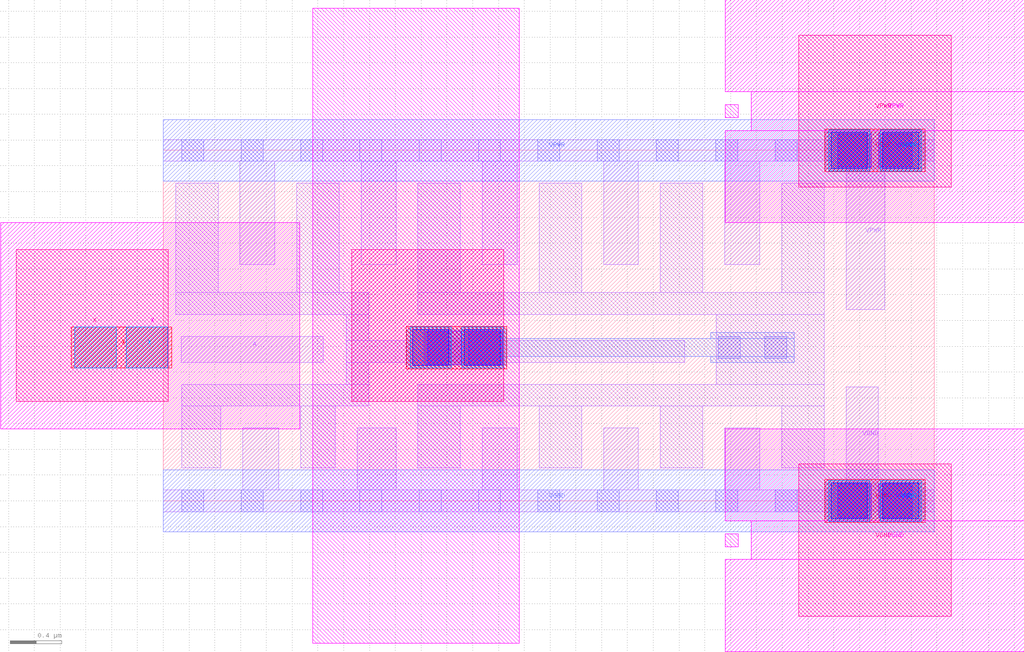
<source format=lef>
# Copyright 2020 The SkyWater PDK Authors
#
# Licensed under the Apache License, Version 2.0 (the "License");
# you may not use this file except in compliance with the License.
# You may obtain a copy of the License at
#
#     https://www.apache.org/licenses/LICENSE-2.0
#
# Unless required by applicable law or agreed to in writing, software
# distributed under the License is distributed on an "AS IS" BASIS,
# WITHOUT WARRANTIES OR CONDITIONS OF ANY KIND, either express or implied.
# See the License for the specific language governing permissions and
# limitations under the License.
#
# SPDX-License-Identifier: Apache-2.0

VERSION 5.7 ;
  NAMESCASESENSITIVE ON ;
  NOWIREEXTENSIONATPIN ON ;
  DIVIDERCHAR "/" ;
  BUSBITCHARS "[]" ;
UNITS
  DATABASE MICRONS 200 ;
END UNITS
PROPERTYDEFINITIONS
  MACRO maskLayoutSubType STRING ;
  MACRO prCellType STRING ;
  MACRO originalViewName STRING ;
END PROPERTYDEFINITIONS
MACRO sky130_fd_sc_hdll__probec_p_8
  CLASS CORE ;
  FOREIGN sky130_fd_sc_hdll__probec_p_8 ;
  ORIGIN  0.000000  0.000000 ;
  SIZE  5.980000 BY  2.720000 ;
  SYMMETRY X Y R90 ;
  SITE unit ;
  PIN A
    ANTENNAGATEAREA  0.832500 ;
    DIRECTION INPUT ;
    USE SIGNAL ;
    PORT
      LAYER li1 ;
        RECT 0.140000 1.075000 1.240000 1.275000 ;
    END
  END A
  PIN VGND
    ANTENNADIFFAREA  1.339000 ;
    DIRECTION INPUT ;
    USE SIGNAL ;
    PORT
      LAYER li1 ;
        RECT 0.000000 -0.085000 5.980000 0.085000 ;
        RECT 0.615000  0.085000 0.895000 0.565000 ;
        RECT 1.505000  0.085000 1.805000 0.565000 ;
        RECT 2.475000  0.085000 2.745000 0.565000 ;
        RECT 3.415000  0.085000 3.685000 0.565000 ;
        RECT 4.355000  0.085000 4.625000 0.565000 ;
        RECT 5.295000  0.085000 5.545000 0.885000 ;
      LAYER mcon ;
        RECT 0.145000 -0.085000 0.315000 0.085000 ;
        RECT 0.605000 -0.085000 0.775000 0.085000 ;
        RECT 1.065000 -0.085000 1.235000 0.085000 ;
        RECT 1.525000 -0.085000 1.695000 0.085000 ;
        RECT 1.985000 -0.085000 2.155000 0.085000 ;
        RECT 2.445000 -0.085000 2.615000 0.085000 ;
        RECT 2.905000 -0.085000 3.075000 0.085000 ;
        RECT 3.365000 -0.085000 3.535000 0.085000 ;
        RECT 3.825000 -0.085000 3.995000 0.085000 ;
        RECT 4.285000 -0.085000 4.455000 0.085000 ;
        RECT 4.745000 -0.085000 4.915000 0.085000 ;
        RECT 5.205000 -0.085000 5.375000 0.085000 ;
        RECT 5.665000 -0.085000 5.835000 0.085000 ;
      LAYER met1 ;
        RECT 0.000000 -0.240000 5.980000 0.240000 ;
      LAYER met2 ;
        RECT 5.135000 -0.140000 5.905000 0.140000 ;
      LAYER met3 ;
        RECT 5.130000 -0.165000 5.910000 0.165000 ;
      LAYER met4 ;
        RECT 4.930000 -0.895000 6.110000 0.285000 ;
      LAYER met5 ;
        RECT 4.360000 -1.170000 6.675000 -0.455000 ;
        RECT 4.360000 -0.155000 6.675000  0.560000 ;
        RECT 4.560000 -0.455000 6.675000 -0.155000 ;
      LAYER via ;
        RECT 5.230000 -0.130000 5.490000 0.130000 ;
        RECT 5.550000 -0.130000 5.810000 0.130000 ;
      LAYER via2 ;
        RECT 5.180000 -0.140000 5.460000 0.140000 ;
        RECT 5.580000 -0.140000 5.860000 0.140000 ;
      LAYER via3 ;
        RECT 5.160000 -0.160000 5.480000 0.160000 ;
        RECT 5.560000 -0.160000 5.880000 0.160000 ;
    END
  END VGND
  PIN VPWR
    ANTENNADIFFAREA  1.720000 ;
    DIRECTION INPUT ;
    USE SIGNAL ;
    PORT
      LAYER li1 ;
        RECT 0.000000 2.635000 5.980000 2.805000 ;
        RECT 0.595000 1.835000 0.865000 2.635000 ;
        RECT 1.535000 1.835000 1.805000 2.635000 ;
        RECT 2.475000 1.835000 2.745000 2.635000 ;
        RECT 3.415000 1.835000 3.685000 2.635000 ;
        RECT 4.355000 1.835000 4.625000 2.635000 ;
        RECT 5.295000 1.485000 5.595000 2.635000 ;
      LAYER mcon ;
        RECT 0.145000 2.635000 0.315000 2.805000 ;
        RECT 0.605000 2.635000 0.775000 2.805000 ;
        RECT 1.065000 2.635000 1.235000 2.805000 ;
        RECT 1.525000 2.635000 1.695000 2.805000 ;
        RECT 1.985000 2.635000 2.155000 2.805000 ;
        RECT 2.445000 2.635000 2.615000 2.805000 ;
        RECT 2.905000 2.635000 3.075000 2.805000 ;
        RECT 3.365000 2.635000 3.535000 2.805000 ;
        RECT 3.825000 2.635000 3.995000 2.805000 ;
        RECT 4.285000 2.635000 4.455000 2.805000 ;
        RECT 4.745000 2.635000 4.915000 2.805000 ;
        RECT 5.205000 2.635000 5.375000 2.805000 ;
        RECT 5.665000 2.635000 5.835000 2.805000 ;
      LAYER met1 ;
        RECT 0.000000 2.480000 5.980000 2.960000 ;
      LAYER met2 ;
        RECT 5.135000 2.580000 5.905000 2.860000 ;
      LAYER met3 ;
        RECT 5.130000 2.555000 5.910000 2.885000 ;
      LAYER met4 ;
        RECT 4.930000 2.435000 6.110000 3.615000 ;
      LAYER met5 ;
        RECT 4.360000 2.160000 6.675000 2.875000 ;
        RECT 4.360000 3.175000 6.675000 3.890000 ;
        RECT 4.560000 2.875000 6.675000 3.175000 ;
      LAYER via ;
        RECT 5.230000 2.590000 5.490000 2.850000 ;
        RECT 5.550000 2.590000 5.810000 2.850000 ;
      LAYER via2 ;
        RECT 5.180000 2.580000 5.460000 2.860000 ;
        RECT 5.580000 2.580000 5.860000 2.860000 ;
      LAYER via3 ;
        RECT 5.160000 2.560000 5.480000 2.880000 ;
        RECT 5.560000 2.560000 5.880000 2.880000 ;
    END
  END VPWR
  PIN X
    DIRECTION OUTPUT ;
    USE SIGNAL ;
    PORT
      LAYER met3 ;
        RECT -0.715000 1.030000 0.065000 1.350000 ;
      LAYER met4 ;
        RECT -1.140000 0.770000 0.040000 1.950000 ;
      LAYER met5 ;
        RECT -1.260000 0.560000 1.060000 2.160000 ;
      LAYER via3 ;
        RECT -0.685000 1.030000 -0.365000 1.350000 ;
        RECT -0.285000 1.030000  0.035000 1.350000 ;
    END
  END X
  OBS
    LAYER li1 ;
      RECT 0.095000 1.445000 1.595000 1.615000 ;
      RECT 0.095000 1.615000 0.425000 2.465000 ;
      RECT 0.145000 0.255000 0.445000 0.735000 ;
      RECT 0.145000 0.735000 1.595000 0.905000 ;
      RECT 1.035000 1.615000 1.365000 2.465000 ;
      RECT 1.065000 0.255000 1.335000 0.735000 ;
      RECT 1.420000 0.905000 1.595000 1.075000 ;
      RECT 1.420000 1.075000 4.045000 1.245000 ;
      RECT 1.420000 1.245000 1.595000 1.445000 ;
      RECT 1.975000 0.255000 2.305000 0.735000 ;
      RECT 1.975000 0.735000 5.125000 0.905000 ;
      RECT 1.975000 1.445000 5.125000 1.615000 ;
      RECT 1.975000 1.615000 2.305000 2.465000 ;
      RECT 2.915000 0.255000 3.245000 0.735000 ;
      RECT 2.915000 1.615000 3.245000 2.465000 ;
      RECT 3.855000 0.255000 4.185000 0.735000 ;
      RECT 3.855000 1.615000 4.185000 2.465000 ;
      RECT 4.290000 0.905000 5.125000 1.445000 ;
      RECT 4.795000 0.255000 5.125000 0.735000 ;
      RECT 4.795000 1.615000 5.125000 2.465000 ;
    LAYER mcon ;
      RECT 4.305000 1.105000 4.475000 1.275000 ;
      RECT 4.665000 1.105000 4.835000 1.275000 ;
    LAYER met1 ;
      RECT 2.020000 1.060000 2.660000 1.120000 ;
      RECT 2.020000 1.120000 4.895000 1.260000 ;
      RECT 2.020000 1.260000 2.660000 1.320000 ;
      RECT 4.245000 1.075000 4.895000 1.120000 ;
      RECT 4.245000 1.260000 4.895000 1.305000 ;
    LAYER met2 ;
      RECT 1.890000 1.050000 2.660000 1.330000 ;
    LAYER met3 ;
      RECT 1.885000 1.025000 2.665000 1.355000 ;
    LAYER met4 ;
      RECT 1.460000 0.770000 2.640000 1.950000 ;
    LAYER met5 ;
      RECT 1.160000 -1.105000 2.760000  3.825000 ;
      RECT 4.360000 -0.355000 4.460000 -0.255000 ;
      RECT 4.360000  2.975000 4.460000  3.075000 ;
    LAYER via ;
      RECT 2.050000 1.060000 2.310000 1.320000 ;
      RECT 2.370000 1.060000 2.630000 1.320000 ;
    LAYER via2 ;
      RECT 1.935000 1.050000 2.215000 1.330000 ;
      RECT 2.335000 1.050000 2.615000 1.330000 ;
    LAYER via3 ;
      RECT 1.915000 1.030000 2.235000 1.350000 ;
      RECT 2.315000 1.030000 2.635000 1.350000 ;
  END
  PROPERTY maskLayoutSubType "abstract" ;
  PROPERTY prCellType "standard" ;
  PROPERTY originalViewName "layout" ;
END sky130_fd_sc_hdll__probec_p_8

</source>
